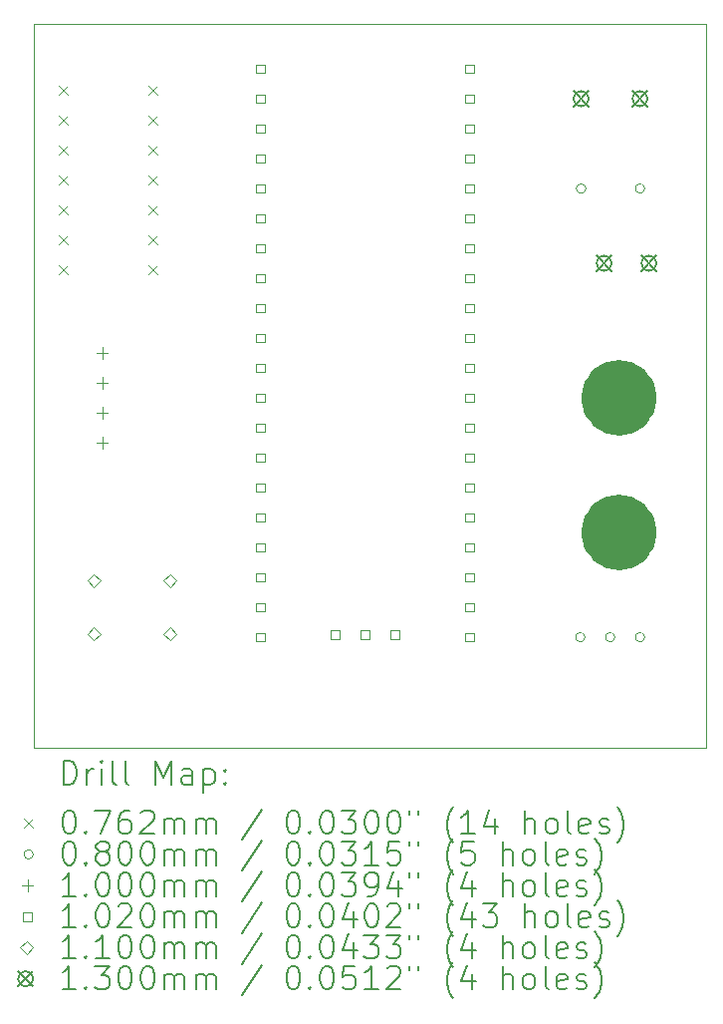
<source format=gbr>
%FSLAX45Y45*%
G04 Gerber Fmt 4.5, Leading zero omitted, Abs format (unit mm)*
G04 Created by KiCad (PCBNEW (6.0.6)) date 2022-11-08 17:25:59*
%MOMM*%
%LPD*%
G01*
G04 APERTURE LIST*
%TA.AperFunction,Profile*%
%ADD10C,3.213100*%
%TD*%
%TA.AperFunction,Profile*%
%ADD11C,0.025400*%
%TD*%
%ADD12C,0.200000*%
%ADD13C,0.076200*%
%ADD14C,0.080000*%
%ADD15C,0.100000*%
%ADD16C,0.102000*%
%ADD17C,0.110000*%
%ADD18C,0.130000*%
G04 APERTURE END LIST*
D10*
X11351305Y-13980750D02*
G75*
G03*
X11351305Y-13980750I-160655J0D01*
G01*
X11351305Y-12837750D02*
G75*
G03*
X11351305Y-12837750I-160655J0D01*
G01*
D11*
X6212250Y-9662750D02*
X11927250Y-9662750D01*
X11927250Y-9662750D02*
X11927250Y-15809550D01*
X11927250Y-15809550D02*
X6212250Y-15809550D01*
X6212250Y-15809550D02*
X6212250Y-9662750D01*
D12*
D13*
X6428150Y-10183450D02*
X6504350Y-10259650D01*
X6504350Y-10183450D02*
X6428150Y-10259650D01*
X6428150Y-10437450D02*
X6504350Y-10513650D01*
X6504350Y-10437450D02*
X6428150Y-10513650D01*
X6428150Y-10691450D02*
X6504350Y-10767650D01*
X6504350Y-10691450D02*
X6428150Y-10767650D01*
X6428150Y-10945450D02*
X6504350Y-11021650D01*
X6504350Y-10945450D02*
X6428150Y-11021650D01*
X6428150Y-11199450D02*
X6504350Y-11275650D01*
X6504350Y-11199450D02*
X6428150Y-11275650D01*
X6428150Y-11453450D02*
X6504350Y-11529650D01*
X6504350Y-11453450D02*
X6428150Y-11529650D01*
X6428150Y-11707450D02*
X6504350Y-11783650D01*
X6504350Y-11707450D02*
X6428150Y-11783650D01*
X7190150Y-10183450D02*
X7266350Y-10259650D01*
X7266350Y-10183450D02*
X7190150Y-10259650D01*
X7190150Y-10437450D02*
X7266350Y-10513650D01*
X7266350Y-10437450D02*
X7190150Y-10513650D01*
X7190150Y-10691450D02*
X7266350Y-10767650D01*
X7266350Y-10691450D02*
X7190150Y-10767650D01*
X7190150Y-10945450D02*
X7266350Y-11021650D01*
X7266350Y-10945450D02*
X7190150Y-11021650D01*
X7190150Y-11199450D02*
X7266350Y-11275650D01*
X7266350Y-11199450D02*
X7190150Y-11275650D01*
X7190150Y-11453450D02*
X7266350Y-11529650D01*
X7266350Y-11453450D02*
X7190150Y-11529650D01*
X7190150Y-11707450D02*
X7266350Y-11783650D01*
X7266350Y-11707450D02*
X7190150Y-11783650D01*
D14*
X10900450Y-14869750D02*
G75*
G03*
X10900450Y-14869750I-40000J0D01*
G01*
X10908450Y-11059750D02*
G75*
G03*
X10908450Y-11059750I-40000J0D01*
G01*
X11154450Y-14869750D02*
G75*
G03*
X11154450Y-14869750I-40000J0D01*
G01*
X11408450Y-11059750D02*
G75*
G03*
X11408450Y-11059750I-40000J0D01*
G01*
X11408450Y-14869750D02*
G75*
G03*
X11408450Y-14869750I-40000J0D01*
G01*
D15*
X6796450Y-12407750D02*
X6796450Y-12507750D01*
X6746450Y-12457750D02*
X6846450Y-12457750D01*
X6796450Y-12661750D02*
X6796450Y-12761750D01*
X6746450Y-12711750D02*
X6846450Y-12711750D01*
X6796450Y-12915750D02*
X6796450Y-13015750D01*
X6746450Y-12965750D02*
X6846450Y-12965750D01*
X6796450Y-13169750D02*
X6796450Y-13269750D01*
X6746450Y-13219750D02*
X6846450Y-13219750D01*
D16*
X8178713Y-10079813D02*
X8178713Y-10007687D01*
X8106587Y-10007687D01*
X8106587Y-10079813D01*
X8178713Y-10079813D01*
X8178713Y-10333813D02*
X8178713Y-10261687D01*
X8106587Y-10261687D01*
X8106587Y-10333813D01*
X8178713Y-10333813D01*
X8178713Y-10587813D02*
X8178713Y-10515687D01*
X8106587Y-10515687D01*
X8106587Y-10587813D01*
X8178713Y-10587813D01*
X8178713Y-10841813D02*
X8178713Y-10769687D01*
X8106587Y-10769687D01*
X8106587Y-10841813D01*
X8178713Y-10841813D01*
X8178713Y-11095813D02*
X8178713Y-11023687D01*
X8106587Y-11023687D01*
X8106587Y-11095813D01*
X8178713Y-11095813D01*
X8178713Y-11349813D02*
X8178713Y-11277687D01*
X8106587Y-11277687D01*
X8106587Y-11349813D01*
X8178713Y-11349813D01*
X8178713Y-11603813D02*
X8178713Y-11531687D01*
X8106587Y-11531687D01*
X8106587Y-11603813D01*
X8178713Y-11603813D01*
X8178713Y-11857813D02*
X8178713Y-11785687D01*
X8106587Y-11785687D01*
X8106587Y-11857813D01*
X8178713Y-11857813D01*
X8178713Y-12111813D02*
X8178713Y-12039687D01*
X8106587Y-12039687D01*
X8106587Y-12111813D01*
X8178713Y-12111813D01*
X8178713Y-12365813D02*
X8178713Y-12293687D01*
X8106587Y-12293687D01*
X8106587Y-12365813D01*
X8178713Y-12365813D01*
X8178713Y-12619813D02*
X8178713Y-12547687D01*
X8106587Y-12547687D01*
X8106587Y-12619813D01*
X8178713Y-12619813D01*
X8178713Y-12873813D02*
X8178713Y-12801687D01*
X8106587Y-12801687D01*
X8106587Y-12873813D01*
X8178713Y-12873813D01*
X8178713Y-13127813D02*
X8178713Y-13055687D01*
X8106587Y-13055687D01*
X8106587Y-13127813D01*
X8178713Y-13127813D01*
X8178713Y-13381813D02*
X8178713Y-13309687D01*
X8106587Y-13309687D01*
X8106587Y-13381813D01*
X8178713Y-13381813D01*
X8178713Y-13635813D02*
X8178713Y-13563687D01*
X8106587Y-13563687D01*
X8106587Y-13635813D01*
X8178713Y-13635813D01*
X8178713Y-13889813D02*
X8178713Y-13817687D01*
X8106587Y-13817687D01*
X8106587Y-13889813D01*
X8178713Y-13889813D01*
X8178713Y-14143813D02*
X8178713Y-14071687D01*
X8106587Y-14071687D01*
X8106587Y-14143813D01*
X8178713Y-14143813D01*
X8178713Y-14397813D02*
X8178713Y-14325687D01*
X8106587Y-14325687D01*
X8106587Y-14397813D01*
X8178713Y-14397813D01*
X8178713Y-14651813D02*
X8178713Y-14579687D01*
X8106587Y-14579687D01*
X8106587Y-14651813D01*
X8178713Y-14651813D01*
X8178713Y-14905813D02*
X8178713Y-14833687D01*
X8106587Y-14833687D01*
X8106587Y-14905813D01*
X8178713Y-14905813D01*
X8813713Y-14882813D02*
X8813713Y-14810687D01*
X8741587Y-14810687D01*
X8741587Y-14882813D01*
X8813713Y-14882813D01*
X9067713Y-14882813D02*
X9067713Y-14810687D01*
X8995587Y-14810687D01*
X8995587Y-14882813D01*
X9067713Y-14882813D01*
X9321713Y-14882813D02*
X9321713Y-14810687D01*
X9249587Y-14810687D01*
X9249587Y-14882813D01*
X9321713Y-14882813D01*
X9956713Y-10079813D02*
X9956713Y-10007687D01*
X9884587Y-10007687D01*
X9884587Y-10079813D01*
X9956713Y-10079813D01*
X9956713Y-10333813D02*
X9956713Y-10261687D01*
X9884587Y-10261687D01*
X9884587Y-10333813D01*
X9956713Y-10333813D01*
X9956713Y-10587813D02*
X9956713Y-10515687D01*
X9884587Y-10515687D01*
X9884587Y-10587813D01*
X9956713Y-10587813D01*
X9956713Y-10841813D02*
X9956713Y-10769687D01*
X9884587Y-10769687D01*
X9884587Y-10841813D01*
X9956713Y-10841813D01*
X9956713Y-11095813D02*
X9956713Y-11023687D01*
X9884587Y-11023687D01*
X9884587Y-11095813D01*
X9956713Y-11095813D01*
X9956713Y-11349813D02*
X9956713Y-11277687D01*
X9884587Y-11277687D01*
X9884587Y-11349813D01*
X9956713Y-11349813D01*
X9956713Y-11603813D02*
X9956713Y-11531687D01*
X9884587Y-11531687D01*
X9884587Y-11603813D01*
X9956713Y-11603813D01*
X9956713Y-11857813D02*
X9956713Y-11785687D01*
X9884587Y-11785687D01*
X9884587Y-11857813D01*
X9956713Y-11857813D01*
X9956713Y-12111813D02*
X9956713Y-12039687D01*
X9884587Y-12039687D01*
X9884587Y-12111813D01*
X9956713Y-12111813D01*
X9956713Y-12365813D02*
X9956713Y-12293687D01*
X9884587Y-12293687D01*
X9884587Y-12365813D01*
X9956713Y-12365813D01*
X9956713Y-12619813D02*
X9956713Y-12547687D01*
X9884587Y-12547687D01*
X9884587Y-12619813D01*
X9956713Y-12619813D01*
X9956713Y-12873813D02*
X9956713Y-12801687D01*
X9884587Y-12801687D01*
X9884587Y-12873813D01*
X9956713Y-12873813D01*
X9956713Y-13127813D02*
X9956713Y-13055687D01*
X9884587Y-13055687D01*
X9884587Y-13127813D01*
X9956713Y-13127813D01*
X9956713Y-13381813D02*
X9956713Y-13309687D01*
X9884587Y-13309687D01*
X9884587Y-13381813D01*
X9956713Y-13381813D01*
X9956713Y-13635813D02*
X9956713Y-13563687D01*
X9884587Y-13563687D01*
X9884587Y-13635813D01*
X9956713Y-13635813D01*
X9956713Y-13889813D02*
X9956713Y-13817687D01*
X9884587Y-13817687D01*
X9884587Y-13889813D01*
X9956713Y-13889813D01*
X9956713Y-14143813D02*
X9956713Y-14071687D01*
X9884587Y-14071687D01*
X9884587Y-14143813D01*
X9956713Y-14143813D01*
X9956713Y-14397813D02*
X9956713Y-14325687D01*
X9884587Y-14325687D01*
X9884587Y-14397813D01*
X9956713Y-14397813D01*
X9956713Y-14651813D02*
X9956713Y-14579687D01*
X9884587Y-14579687D01*
X9884587Y-14651813D01*
X9956713Y-14651813D01*
X9956713Y-14905813D02*
X9956713Y-14833687D01*
X9884587Y-14833687D01*
X9884587Y-14905813D01*
X9956713Y-14905813D01*
D17*
X6725450Y-14445750D02*
X6780450Y-14390750D01*
X6725450Y-14335750D01*
X6670450Y-14390750D01*
X6725450Y-14445750D01*
X6725450Y-14895750D02*
X6780450Y-14840750D01*
X6725450Y-14785750D01*
X6670450Y-14840750D01*
X6725450Y-14895750D01*
X7375450Y-14445750D02*
X7430450Y-14390750D01*
X7375450Y-14335750D01*
X7320450Y-14390750D01*
X7375450Y-14445750D01*
X7375450Y-14895750D02*
X7430450Y-14840750D01*
X7375450Y-14785750D01*
X7320450Y-14840750D01*
X7375450Y-14895750D01*
D18*
X10803450Y-10232750D02*
X10933450Y-10362750D01*
X10933450Y-10232750D02*
X10803450Y-10362750D01*
X10933450Y-10297750D02*
G75*
G03*
X10933450Y-10297750I-65000J0D01*
G01*
X10998650Y-11629750D02*
X11128650Y-11759750D01*
X11128650Y-11629750D02*
X10998650Y-11759750D01*
X11128650Y-11694750D02*
G75*
G03*
X11128650Y-11694750I-65000J0D01*
G01*
X11303450Y-10232750D02*
X11433450Y-10362750D01*
X11433450Y-10232750D02*
X11303450Y-10362750D01*
X11433450Y-10297750D02*
G75*
G03*
X11433450Y-10297750I-65000J0D01*
G01*
X11379650Y-11629750D02*
X11509650Y-11759750D01*
X11509650Y-11629750D02*
X11379650Y-11759750D01*
X11509650Y-11694750D02*
G75*
G03*
X11509650Y-11694750I-65000J0D01*
G01*
D12*
X6468599Y-16121296D02*
X6468599Y-15921296D01*
X6516218Y-15921296D01*
X6544789Y-15930820D01*
X6563837Y-15949868D01*
X6573361Y-15968915D01*
X6582885Y-16007010D01*
X6582885Y-16035582D01*
X6573361Y-16073677D01*
X6563837Y-16092725D01*
X6544789Y-16111772D01*
X6516218Y-16121296D01*
X6468599Y-16121296D01*
X6668599Y-16121296D02*
X6668599Y-15987963D01*
X6668599Y-16026058D02*
X6678123Y-16007010D01*
X6687647Y-15997487D01*
X6706694Y-15987963D01*
X6725742Y-15987963D01*
X6792408Y-16121296D02*
X6792408Y-15987963D01*
X6792408Y-15921296D02*
X6782885Y-15930820D01*
X6792408Y-15940344D01*
X6801932Y-15930820D01*
X6792408Y-15921296D01*
X6792408Y-15940344D01*
X6916218Y-16121296D02*
X6897170Y-16111772D01*
X6887647Y-16092725D01*
X6887647Y-15921296D01*
X7020980Y-16121296D02*
X7001932Y-16111772D01*
X6992408Y-16092725D01*
X6992408Y-15921296D01*
X7249551Y-16121296D02*
X7249551Y-15921296D01*
X7316218Y-16064153D01*
X7382885Y-15921296D01*
X7382885Y-16121296D01*
X7563837Y-16121296D02*
X7563837Y-16016534D01*
X7554313Y-15997487D01*
X7535266Y-15987963D01*
X7497170Y-15987963D01*
X7478123Y-15997487D01*
X7563837Y-16111772D02*
X7544789Y-16121296D01*
X7497170Y-16121296D01*
X7478123Y-16111772D01*
X7468599Y-16092725D01*
X7468599Y-16073677D01*
X7478123Y-16054629D01*
X7497170Y-16045106D01*
X7544789Y-16045106D01*
X7563837Y-16035582D01*
X7659075Y-15987963D02*
X7659075Y-16187963D01*
X7659075Y-15997487D02*
X7678123Y-15987963D01*
X7716218Y-15987963D01*
X7735266Y-15997487D01*
X7744789Y-16007010D01*
X7754313Y-16026058D01*
X7754313Y-16083201D01*
X7744789Y-16102248D01*
X7735266Y-16111772D01*
X7716218Y-16121296D01*
X7678123Y-16121296D01*
X7659075Y-16111772D01*
X7840028Y-16102248D02*
X7849551Y-16111772D01*
X7840028Y-16121296D01*
X7830504Y-16111772D01*
X7840028Y-16102248D01*
X7840028Y-16121296D01*
X7840028Y-15997487D02*
X7849551Y-16007010D01*
X7840028Y-16016534D01*
X7830504Y-16007010D01*
X7840028Y-15997487D01*
X7840028Y-16016534D01*
D13*
X6134780Y-16412720D02*
X6210980Y-16488920D01*
X6210980Y-16412720D02*
X6134780Y-16488920D01*
D12*
X6506694Y-16341296D02*
X6525742Y-16341296D01*
X6544789Y-16350820D01*
X6554313Y-16360344D01*
X6563837Y-16379391D01*
X6573361Y-16417487D01*
X6573361Y-16465106D01*
X6563837Y-16503201D01*
X6554313Y-16522248D01*
X6544789Y-16531772D01*
X6525742Y-16541296D01*
X6506694Y-16541296D01*
X6487647Y-16531772D01*
X6478123Y-16522248D01*
X6468599Y-16503201D01*
X6459075Y-16465106D01*
X6459075Y-16417487D01*
X6468599Y-16379391D01*
X6478123Y-16360344D01*
X6487647Y-16350820D01*
X6506694Y-16341296D01*
X6659075Y-16522248D02*
X6668599Y-16531772D01*
X6659075Y-16541296D01*
X6649551Y-16531772D01*
X6659075Y-16522248D01*
X6659075Y-16541296D01*
X6735266Y-16341296D02*
X6868599Y-16341296D01*
X6782885Y-16541296D01*
X7030504Y-16341296D02*
X6992408Y-16341296D01*
X6973361Y-16350820D01*
X6963837Y-16360344D01*
X6944789Y-16388915D01*
X6935266Y-16427010D01*
X6935266Y-16503201D01*
X6944789Y-16522248D01*
X6954313Y-16531772D01*
X6973361Y-16541296D01*
X7011456Y-16541296D01*
X7030504Y-16531772D01*
X7040028Y-16522248D01*
X7049551Y-16503201D01*
X7049551Y-16455582D01*
X7040028Y-16436534D01*
X7030504Y-16427010D01*
X7011456Y-16417487D01*
X6973361Y-16417487D01*
X6954313Y-16427010D01*
X6944789Y-16436534D01*
X6935266Y-16455582D01*
X7125742Y-16360344D02*
X7135266Y-16350820D01*
X7154313Y-16341296D01*
X7201932Y-16341296D01*
X7220980Y-16350820D01*
X7230504Y-16360344D01*
X7240028Y-16379391D01*
X7240028Y-16398439D01*
X7230504Y-16427010D01*
X7116218Y-16541296D01*
X7240028Y-16541296D01*
X7325742Y-16541296D02*
X7325742Y-16407963D01*
X7325742Y-16427010D02*
X7335266Y-16417487D01*
X7354313Y-16407963D01*
X7382885Y-16407963D01*
X7401932Y-16417487D01*
X7411456Y-16436534D01*
X7411456Y-16541296D01*
X7411456Y-16436534D02*
X7420980Y-16417487D01*
X7440028Y-16407963D01*
X7468599Y-16407963D01*
X7487647Y-16417487D01*
X7497170Y-16436534D01*
X7497170Y-16541296D01*
X7592408Y-16541296D02*
X7592408Y-16407963D01*
X7592408Y-16427010D02*
X7601932Y-16417487D01*
X7620980Y-16407963D01*
X7649551Y-16407963D01*
X7668599Y-16417487D01*
X7678123Y-16436534D01*
X7678123Y-16541296D01*
X7678123Y-16436534D02*
X7687647Y-16417487D01*
X7706694Y-16407963D01*
X7735266Y-16407963D01*
X7754313Y-16417487D01*
X7763837Y-16436534D01*
X7763837Y-16541296D01*
X8154313Y-16331772D02*
X7982885Y-16588915D01*
X8411456Y-16341296D02*
X8430504Y-16341296D01*
X8449551Y-16350820D01*
X8459075Y-16360344D01*
X8468599Y-16379391D01*
X8478123Y-16417487D01*
X8478123Y-16465106D01*
X8468599Y-16503201D01*
X8459075Y-16522248D01*
X8449551Y-16531772D01*
X8430504Y-16541296D01*
X8411456Y-16541296D01*
X8392409Y-16531772D01*
X8382885Y-16522248D01*
X8373361Y-16503201D01*
X8363837Y-16465106D01*
X8363837Y-16417487D01*
X8373361Y-16379391D01*
X8382885Y-16360344D01*
X8392409Y-16350820D01*
X8411456Y-16341296D01*
X8563837Y-16522248D02*
X8573361Y-16531772D01*
X8563837Y-16541296D01*
X8554313Y-16531772D01*
X8563837Y-16522248D01*
X8563837Y-16541296D01*
X8697170Y-16341296D02*
X8716218Y-16341296D01*
X8735266Y-16350820D01*
X8744790Y-16360344D01*
X8754313Y-16379391D01*
X8763837Y-16417487D01*
X8763837Y-16465106D01*
X8754313Y-16503201D01*
X8744790Y-16522248D01*
X8735266Y-16531772D01*
X8716218Y-16541296D01*
X8697170Y-16541296D01*
X8678123Y-16531772D01*
X8668599Y-16522248D01*
X8659075Y-16503201D01*
X8649551Y-16465106D01*
X8649551Y-16417487D01*
X8659075Y-16379391D01*
X8668599Y-16360344D01*
X8678123Y-16350820D01*
X8697170Y-16341296D01*
X8830504Y-16341296D02*
X8954313Y-16341296D01*
X8887647Y-16417487D01*
X8916218Y-16417487D01*
X8935266Y-16427010D01*
X8944790Y-16436534D01*
X8954313Y-16455582D01*
X8954313Y-16503201D01*
X8944790Y-16522248D01*
X8935266Y-16531772D01*
X8916218Y-16541296D01*
X8859075Y-16541296D01*
X8840028Y-16531772D01*
X8830504Y-16522248D01*
X9078123Y-16341296D02*
X9097170Y-16341296D01*
X9116218Y-16350820D01*
X9125742Y-16360344D01*
X9135266Y-16379391D01*
X9144790Y-16417487D01*
X9144790Y-16465106D01*
X9135266Y-16503201D01*
X9125742Y-16522248D01*
X9116218Y-16531772D01*
X9097170Y-16541296D01*
X9078123Y-16541296D01*
X9059075Y-16531772D01*
X9049551Y-16522248D01*
X9040028Y-16503201D01*
X9030504Y-16465106D01*
X9030504Y-16417487D01*
X9040028Y-16379391D01*
X9049551Y-16360344D01*
X9059075Y-16350820D01*
X9078123Y-16341296D01*
X9268599Y-16341296D02*
X9287647Y-16341296D01*
X9306694Y-16350820D01*
X9316218Y-16360344D01*
X9325742Y-16379391D01*
X9335266Y-16417487D01*
X9335266Y-16465106D01*
X9325742Y-16503201D01*
X9316218Y-16522248D01*
X9306694Y-16531772D01*
X9287647Y-16541296D01*
X9268599Y-16541296D01*
X9249551Y-16531772D01*
X9240028Y-16522248D01*
X9230504Y-16503201D01*
X9220980Y-16465106D01*
X9220980Y-16417487D01*
X9230504Y-16379391D01*
X9240028Y-16360344D01*
X9249551Y-16350820D01*
X9268599Y-16341296D01*
X9411456Y-16341296D02*
X9411456Y-16379391D01*
X9487647Y-16341296D02*
X9487647Y-16379391D01*
X9782885Y-16617487D02*
X9773361Y-16607963D01*
X9754313Y-16579391D01*
X9744790Y-16560344D01*
X9735266Y-16531772D01*
X9725742Y-16484153D01*
X9725742Y-16446058D01*
X9735266Y-16398439D01*
X9744790Y-16369868D01*
X9754313Y-16350820D01*
X9773361Y-16322248D01*
X9782885Y-16312725D01*
X9963837Y-16541296D02*
X9849551Y-16541296D01*
X9906694Y-16541296D02*
X9906694Y-16341296D01*
X9887647Y-16369868D01*
X9868599Y-16388915D01*
X9849551Y-16398439D01*
X10135266Y-16407963D02*
X10135266Y-16541296D01*
X10087647Y-16331772D02*
X10040028Y-16474629D01*
X10163837Y-16474629D01*
X10392409Y-16541296D02*
X10392409Y-16341296D01*
X10478123Y-16541296D02*
X10478123Y-16436534D01*
X10468599Y-16417487D01*
X10449551Y-16407963D01*
X10420980Y-16407963D01*
X10401932Y-16417487D01*
X10392409Y-16427010D01*
X10601932Y-16541296D02*
X10582885Y-16531772D01*
X10573361Y-16522248D01*
X10563837Y-16503201D01*
X10563837Y-16446058D01*
X10573361Y-16427010D01*
X10582885Y-16417487D01*
X10601932Y-16407963D01*
X10630504Y-16407963D01*
X10649551Y-16417487D01*
X10659075Y-16427010D01*
X10668599Y-16446058D01*
X10668599Y-16503201D01*
X10659075Y-16522248D01*
X10649551Y-16531772D01*
X10630504Y-16541296D01*
X10601932Y-16541296D01*
X10782885Y-16541296D02*
X10763837Y-16531772D01*
X10754313Y-16512725D01*
X10754313Y-16341296D01*
X10935266Y-16531772D02*
X10916218Y-16541296D01*
X10878123Y-16541296D01*
X10859075Y-16531772D01*
X10849551Y-16512725D01*
X10849551Y-16436534D01*
X10859075Y-16417487D01*
X10878123Y-16407963D01*
X10916218Y-16407963D01*
X10935266Y-16417487D01*
X10944790Y-16436534D01*
X10944790Y-16455582D01*
X10849551Y-16474629D01*
X11020980Y-16531772D02*
X11040028Y-16541296D01*
X11078123Y-16541296D01*
X11097170Y-16531772D01*
X11106694Y-16512725D01*
X11106694Y-16503201D01*
X11097170Y-16484153D01*
X11078123Y-16474629D01*
X11049551Y-16474629D01*
X11030504Y-16465106D01*
X11020980Y-16446058D01*
X11020980Y-16436534D01*
X11030504Y-16417487D01*
X11049551Y-16407963D01*
X11078123Y-16407963D01*
X11097170Y-16417487D01*
X11173361Y-16617487D02*
X11182885Y-16607963D01*
X11201932Y-16579391D01*
X11211456Y-16560344D01*
X11220980Y-16531772D01*
X11230504Y-16484153D01*
X11230504Y-16446058D01*
X11220980Y-16398439D01*
X11211456Y-16369868D01*
X11201932Y-16350820D01*
X11182885Y-16322248D01*
X11173361Y-16312725D01*
D14*
X6210980Y-16714820D02*
G75*
G03*
X6210980Y-16714820I-40000J0D01*
G01*
D12*
X6506694Y-16605296D02*
X6525742Y-16605296D01*
X6544789Y-16614820D01*
X6554313Y-16624344D01*
X6563837Y-16643391D01*
X6573361Y-16681487D01*
X6573361Y-16729106D01*
X6563837Y-16767201D01*
X6554313Y-16786249D01*
X6544789Y-16795772D01*
X6525742Y-16805296D01*
X6506694Y-16805296D01*
X6487647Y-16795772D01*
X6478123Y-16786249D01*
X6468599Y-16767201D01*
X6459075Y-16729106D01*
X6459075Y-16681487D01*
X6468599Y-16643391D01*
X6478123Y-16624344D01*
X6487647Y-16614820D01*
X6506694Y-16605296D01*
X6659075Y-16786249D02*
X6668599Y-16795772D01*
X6659075Y-16805296D01*
X6649551Y-16795772D01*
X6659075Y-16786249D01*
X6659075Y-16805296D01*
X6782885Y-16691010D02*
X6763837Y-16681487D01*
X6754313Y-16671963D01*
X6744789Y-16652915D01*
X6744789Y-16643391D01*
X6754313Y-16624344D01*
X6763837Y-16614820D01*
X6782885Y-16605296D01*
X6820980Y-16605296D01*
X6840028Y-16614820D01*
X6849551Y-16624344D01*
X6859075Y-16643391D01*
X6859075Y-16652915D01*
X6849551Y-16671963D01*
X6840028Y-16681487D01*
X6820980Y-16691010D01*
X6782885Y-16691010D01*
X6763837Y-16700534D01*
X6754313Y-16710058D01*
X6744789Y-16729106D01*
X6744789Y-16767201D01*
X6754313Y-16786249D01*
X6763837Y-16795772D01*
X6782885Y-16805296D01*
X6820980Y-16805296D01*
X6840028Y-16795772D01*
X6849551Y-16786249D01*
X6859075Y-16767201D01*
X6859075Y-16729106D01*
X6849551Y-16710058D01*
X6840028Y-16700534D01*
X6820980Y-16691010D01*
X6982885Y-16605296D02*
X7001932Y-16605296D01*
X7020980Y-16614820D01*
X7030504Y-16624344D01*
X7040028Y-16643391D01*
X7049551Y-16681487D01*
X7049551Y-16729106D01*
X7040028Y-16767201D01*
X7030504Y-16786249D01*
X7020980Y-16795772D01*
X7001932Y-16805296D01*
X6982885Y-16805296D01*
X6963837Y-16795772D01*
X6954313Y-16786249D01*
X6944789Y-16767201D01*
X6935266Y-16729106D01*
X6935266Y-16681487D01*
X6944789Y-16643391D01*
X6954313Y-16624344D01*
X6963837Y-16614820D01*
X6982885Y-16605296D01*
X7173361Y-16605296D02*
X7192408Y-16605296D01*
X7211456Y-16614820D01*
X7220980Y-16624344D01*
X7230504Y-16643391D01*
X7240028Y-16681487D01*
X7240028Y-16729106D01*
X7230504Y-16767201D01*
X7220980Y-16786249D01*
X7211456Y-16795772D01*
X7192408Y-16805296D01*
X7173361Y-16805296D01*
X7154313Y-16795772D01*
X7144789Y-16786249D01*
X7135266Y-16767201D01*
X7125742Y-16729106D01*
X7125742Y-16681487D01*
X7135266Y-16643391D01*
X7144789Y-16624344D01*
X7154313Y-16614820D01*
X7173361Y-16605296D01*
X7325742Y-16805296D02*
X7325742Y-16671963D01*
X7325742Y-16691010D02*
X7335266Y-16681487D01*
X7354313Y-16671963D01*
X7382885Y-16671963D01*
X7401932Y-16681487D01*
X7411456Y-16700534D01*
X7411456Y-16805296D01*
X7411456Y-16700534D02*
X7420980Y-16681487D01*
X7440028Y-16671963D01*
X7468599Y-16671963D01*
X7487647Y-16681487D01*
X7497170Y-16700534D01*
X7497170Y-16805296D01*
X7592408Y-16805296D02*
X7592408Y-16671963D01*
X7592408Y-16691010D02*
X7601932Y-16681487D01*
X7620980Y-16671963D01*
X7649551Y-16671963D01*
X7668599Y-16681487D01*
X7678123Y-16700534D01*
X7678123Y-16805296D01*
X7678123Y-16700534D02*
X7687647Y-16681487D01*
X7706694Y-16671963D01*
X7735266Y-16671963D01*
X7754313Y-16681487D01*
X7763837Y-16700534D01*
X7763837Y-16805296D01*
X8154313Y-16595772D02*
X7982885Y-16852915D01*
X8411456Y-16605296D02*
X8430504Y-16605296D01*
X8449551Y-16614820D01*
X8459075Y-16624344D01*
X8468599Y-16643391D01*
X8478123Y-16681487D01*
X8478123Y-16729106D01*
X8468599Y-16767201D01*
X8459075Y-16786249D01*
X8449551Y-16795772D01*
X8430504Y-16805296D01*
X8411456Y-16805296D01*
X8392409Y-16795772D01*
X8382885Y-16786249D01*
X8373361Y-16767201D01*
X8363837Y-16729106D01*
X8363837Y-16681487D01*
X8373361Y-16643391D01*
X8382885Y-16624344D01*
X8392409Y-16614820D01*
X8411456Y-16605296D01*
X8563837Y-16786249D02*
X8573361Y-16795772D01*
X8563837Y-16805296D01*
X8554313Y-16795772D01*
X8563837Y-16786249D01*
X8563837Y-16805296D01*
X8697170Y-16605296D02*
X8716218Y-16605296D01*
X8735266Y-16614820D01*
X8744790Y-16624344D01*
X8754313Y-16643391D01*
X8763837Y-16681487D01*
X8763837Y-16729106D01*
X8754313Y-16767201D01*
X8744790Y-16786249D01*
X8735266Y-16795772D01*
X8716218Y-16805296D01*
X8697170Y-16805296D01*
X8678123Y-16795772D01*
X8668599Y-16786249D01*
X8659075Y-16767201D01*
X8649551Y-16729106D01*
X8649551Y-16681487D01*
X8659075Y-16643391D01*
X8668599Y-16624344D01*
X8678123Y-16614820D01*
X8697170Y-16605296D01*
X8830504Y-16605296D02*
X8954313Y-16605296D01*
X8887647Y-16681487D01*
X8916218Y-16681487D01*
X8935266Y-16691010D01*
X8944790Y-16700534D01*
X8954313Y-16719582D01*
X8954313Y-16767201D01*
X8944790Y-16786249D01*
X8935266Y-16795772D01*
X8916218Y-16805296D01*
X8859075Y-16805296D01*
X8840028Y-16795772D01*
X8830504Y-16786249D01*
X9144790Y-16805296D02*
X9030504Y-16805296D01*
X9087647Y-16805296D02*
X9087647Y-16605296D01*
X9068599Y-16633868D01*
X9049551Y-16652915D01*
X9030504Y-16662439D01*
X9325742Y-16605296D02*
X9230504Y-16605296D01*
X9220980Y-16700534D01*
X9230504Y-16691010D01*
X9249551Y-16681487D01*
X9297170Y-16681487D01*
X9316218Y-16691010D01*
X9325742Y-16700534D01*
X9335266Y-16719582D01*
X9335266Y-16767201D01*
X9325742Y-16786249D01*
X9316218Y-16795772D01*
X9297170Y-16805296D01*
X9249551Y-16805296D01*
X9230504Y-16795772D01*
X9220980Y-16786249D01*
X9411456Y-16605296D02*
X9411456Y-16643391D01*
X9487647Y-16605296D02*
X9487647Y-16643391D01*
X9782885Y-16881487D02*
X9773361Y-16871963D01*
X9754313Y-16843391D01*
X9744790Y-16824344D01*
X9735266Y-16795772D01*
X9725742Y-16748153D01*
X9725742Y-16710058D01*
X9735266Y-16662439D01*
X9744790Y-16633868D01*
X9754313Y-16614820D01*
X9773361Y-16586248D01*
X9782885Y-16576725D01*
X9954313Y-16605296D02*
X9859075Y-16605296D01*
X9849551Y-16700534D01*
X9859075Y-16691010D01*
X9878123Y-16681487D01*
X9925742Y-16681487D01*
X9944790Y-16691010D01*
X9954313Y-16700534D01*
X9963837Y-16719582D01*
X9963837Y-16767201D01*
X9954313Y-16786249D01*
X9944790Y-16795772D01*
X9925742Y-16805296D01*
X9878123Y-16805296D01*
X9859075Y-16795772D01*
X9849551Y-16786249D01*
X10201932Y-16805296D02*
X10201932Y-16605296D01*
X10287647Y-16805296D02*
X10287647Y-16700534D01*
X10278123Y-16681487D01*
X10259075Y-16671963D01*
X10230504Y-16671963D01*
X10211456Y-16681487D01*
X10201932Y-16691010D01*
X10411456Y-16805296D02*
X10392409Y-16795772D01*
X10382885Y-16786249D01*
X10373361Y-16767201D01*
X10373361Y-16710058D01*
X10382885Y-16691010D01*
X10392409Y-16681487D01*
X10411456Y-16671963D01*
X10440028Y-16671963D01*
X10459075Y-16681487D01*
X10468599Y-16691010D01*
X10478123Y-16710058D01*
X10478123Y-16767201D01*
X10468599Y-16786249D01*
X10459075Y-16795772D01*
X10440028Y-16805296D01*
X10411456Y-16805296D01*
X10592409Y-16805296D02*
X10573361Y-16795772D01*
X10563837Y-16776725D01*
X10563837Y-16605296D01*
X10744790Y-16795772D02*
X10725742Y-16805296D01*
X10687647Y-16805296D01*
X10668599Y-16795772D01*
X10659075Y-16776725D01*
X10659075Y-16700534D01*
X10668599Y-16681487D01*
X10687647Y-16671963D01*
X10725742Y-16671963D01*
X10744790Y-16681487D01*
X10754313Y-16700534D01*
X10754313Y-16719582D01*
X10659075Y-16738629D01*
X10830504Y-16795772D02*
X10849551Y-16805296D01*
X10887647Y-16805296D01*
X10906694Y-16795772D01*
X10916218Y-16776725D01*
X10916218Y-16767201D01*
X10906694Y-16748153D01*
X10887647Y-16738629D01*
X10859075Y-16738629D01*
X10840028Y-16729106D01*
X10830504Y-16710058D01*
X10830504Y-16700534D01*
X10840028Y-16681487D01*
X10859075Y-16671963D01*
X10887647Y-16671963D01*
X10906694Y-16681487D01*
X10982885Y-16881487D02*
X10992409Y-16871963D01*
X11011456Y-16843391D01*
X11020980Y-16824344D01*
X11030504Y-16795772D01*
X11040028Y-16748153D01*
X11040028Y-16710058D01*
X11030504Y-16662439D01*
X11020980Y-16633868D01*
X11011456Y-16614820D01*
X10992409Y-16586248D01*
X10982885Y-16576725D01*
D15*
X6160980Y-16928820D02*
X6160980Y-17028820D01*
X6110980Y-16978820D02*
X6210980Y-16978820D01*
D12*
X6573361Y-17069296D02*
X6459075Y-17069296D01*
X6516218Y-17069296D02*
X6516218Y-16869296D01*
X6497170Y-16897868D01*
X6478123Y-16916915D01*
X6459075Y-16926439D01*
X6659075Y-17050249D02*
X6668599Y-17059772D01*
X6659075Y-17069296D01*
X6649551Y-17059772D01*
X6659075Y-17050249D01*
X6659075Y-17069296D01*
X6792408Y-16869296D02*
X6811456Y-16869296D01*
X6830504Y-16878820D01*
X6840028Y-16888344D01*
X6849551Y-16907391D01*
X6859075Y-16945487D01*
X6859075Y-16993106D01*
X6849551Y-17031201D01*
X6840028Y-17050249D01*
X6830504Y-17059772D01*
X6811456Y-17069296D01*
X6792408Y-17069296D01*
X6773361Y-17059772D01*
X6763837Y-17050249D01*
X6754313Y-17031201D01*
X6744789Y-16993106D01*
X6744789Y-16945487D01*
X6754313Y-16907391D01*
X6763837Y-16888344D01*
X6773361Y-16878820D01*
X6792408Y-16869296D01*
X6982885Y-16869296D02*
X7001932Y-16869296D01*
X7020980Y-16878820D01*
X7030504Y-16888344D01*
X7040028Y-16907391D01*
X7049551Y-16945487D01*
X7049551Y-16993106D01*
X7040028Y-17031201D01*
X7030504Y-17050249D01*
X7020980Y-17059772D01*
X7001932Y-17069296D01*
X6982885Y-17069296D01*
X6963837Y-17059772D01*
X6954313Y-17050249D01*
X6944789Y-17031201D01*
X6935266Y-16993106D01*
X6935266Y-16945487D01*
X6944789Y-16907391D01*
X6954313Y-16888344D01*
X6963837Y-16878820D01*
X6982885Y-16869296D01*
X7173361Y-16869296D02*
X7192408Y-16869296D01*
X7211456Y-16878820D01*
X7220980Y-16888344D01*
X7230504Y-16907391D01*
X7240028Y-16945487D01*
X7240028Y-16993106D01*
X7230504Y-17031201D01*
X7220980Y-17050249D01*
X7211456Y-17059772D01*
X7192408Y-17069296D01*
X7173361Y-17069296D01*
X7154313Y-17059772D01*
X7144789Y-17050249D01*
X7135266Y-17031201D01*
X7125742Y-16993106D01*
X7125742Y-16945487D01*
X7135266Y-16907391D01*
X7144789Y-16888344D01*
X7154313Y-16878820D01*
X7173361Y-16869296D01*
X7325742Y-17069296D02*
X7325742Y-16935963D01*
X7325742Y-16955010D02*
X7335266Y-16945487D01*
X7354313Y-16935963D01*
X7382885Y-16935963D01*
X7401932Y-16945487D01*
X7411456Y-16964534D01*
X7411456Y-17069296D01*
X7411456Y-16964534D02*
X7420980Y-16945487D01*
X7440028Y-16935963D01*
X7468599Y-16935963D01*
X7487647Y-16945487D01*
X7497170Y-16964534D01*
X7497170Y-17069296D01*
X7592408Y-17069296D02*
X7592408Y-16935963D01*
X7592408Y-16955010D02*
X7601932Y-16945487D01*
X7620980Y-16935963D01*
X7649551Y-16935963D01*
X7668599Y-16945487D01*
X7678123Y-16964534D01*
X7678123Y-17069296D01*
X7678123Y-16964534D02*
X7687647Y-16945487D01*
X7706694Y-16935963D01*
X7735266Y-16935963D01*
X7754313Y-16945487D01*
X7763837Y-16964534D01*
X7763837Y-17069296D01*
X8154313Y-16859772D02*
X7982885Y-17116915D01*
X8411456Y-16869296D02*
X8430504Y-16869296D01*
X8449551Y-16878820D01*
X8459075Y-16888344D01*
X8468599Y-16907391D01*
X8478123Y-16945487D01*
X8478123Y-16993106D01*
X8468599Y-17031201D01*
X8459075Y-17050249D01*
X8449551Y-17059772D01*
X8430504Y-17069296D01*
X8411456Y-17069296D01*
X8392409Y-17059772D01*
X8382885Y-17050249D01*
X8373361Y-17031201D01*
X8363837Y-16993106D01*
X8363837Y-16945487D01*
X8373361Y-16907391D01*
X8382885Y-16888344D01*
X8392409Y-16878820D01*
X8411456Y-16869296D01*
X8563837Y-17050249D02*
X8573361Y-17059772D01*
X8563837Y-17069296D01*
X8554313Y-17059772D01*
X8563837Y-17050249D01*
X8563837Y-17069296D01*
X8697170Y-16869296D02*
X8716218Y-16869296D01*
X8735266Y-16878820D01*
X8744790Y-16888344D01*
X8754313Y-16907391D01*
X8763837Y-16945487D01*
X8763837Y-16993106D01*
X8754313Y-17031201D01*
X8744790Y-17050249D01*
X8735266Y-17059772D01*
X8716218Y-17069296D01*
X8697170Y-17069296D01*
X8678123Y-17059772D01*
X8668599Y-17050249D01*
X8659075Y-17031201D01*
X8649551Y-16993106D01*
X8649551Y-16945487D01*
X8659075Y-16907391D01*
X8668599Y-16888344D01*
X8678123Y-16878820D01*
X8697170Y-16869296D01*
X8830504Y-16869296D02*
X8954313Y-16869296D01*
X8887647Y-16945487D01*
X8916218Y-16945487D01*
X8935266Y-16955010D01*
X8944790Y-16964534D01*
X8954313Y-16983582D01*
X8954313Y-17031201D01*
X8944790Y-17050249D01*
X8935266Y-17059772D01*
X8916218Y-17069296D01*
X8859075Y-17069296D01*
X8840028Y-17059772D01*
X8830504Y-17050249D01*
X9049551Y-17069296D02*
X9087647Y-17069296D01*
X9106694Y-17059772D01*
X9116218Y-17050249D01*
X9135266Y-17021677D01*
X9144790Y-16983582D01*
X9144790Y-16907391D01*
X9135266Y-16888344D01*
X9125742Y-16878820D01*
X9106694Y-16869296D01*
X9068599Y-16869296D01*
X9049551Y-16878820D01*
X9040028Y-16888344D01*
X9030504Y-16907391D01*
X9030504Y-16955010D01*
X9040028Y-16974058D01*
X9049551Y-16983582D01*
X9068599Y-16993106D01*
X9106694Y-16993106D01*
X9125742Y-16983582D01*
X9135266Y-16974058D01*
X9144790Y-16955010D01*
X9316218Y-16935963D02*
X9316218Y-17069296D01*
X9268599Y-16859772D02*
X9220980Y-17002630D01*
X9344790Y-17002630D01*
X9411456Y-16869296D02*
X9411456Y-16907391D01*
X9487647Y-16869296D02*
X9487647Y-16907391D01*
X9782885Y-17145487D02*
X9773361Y-17135963D01*
X9754313Y-17107391D01*
X9744790Y-17088344D01*
X9735266Y-17059772D01*
X9725742Y-17012153D01*
X9725742Y-16974058D01*
X9735266Y-16926439D01*
X9744790Y-16897868D01*
X9754313Y-16878820D01*
X9773361Y-16850249D01*
X9782885Y-16840725D01*
X9944790Y-16935963D02*
X9944790Y-17069296D01*
X9897170Y-16859772D02*
X9849551Y-17002630D01*
X9973361Y-17002630D01*
X10201932Y-17069296D02*
X10201932Y-16869296D01*
X10287647Y-17069296D02*
X10287647Y-16964534D01*
X10278123Y-16945487D01*
X10259075Y-16935963D01*
X10230504Y-16935963D01*
X10211456Y-16945487D01*
X10201932Y-16955010D01*
X10411456Y-17069296D02*
X10392409Y-17059772D01*
X10382885Y-17050249D01*
X10373361Y-17031201D01*
X10373361Y-16974058D01*
X10382885Y-16955010D01*
X10392409Y-16945487D01*
X10411456Y-16935963D01*
X10440028Y-16935963D01*
X10459075Y-16945487D01*
X10468599Y-16955010D01*
X10478123Y-16974058D01*
X10478123Y-17031201D01*
X10468599Y-17050249D01*
X10459075Y-17059772D01*
X10440028Y-17069296D01*
X10411456Y-17069296D01*
X10592409Y-17069296D02*
X10573361Y-17059772D01*
X10563837Y-17040725D01*
X10563837Y-16869296D01*
X10744790Y-17059772D02*
X10725742Y-17069296D01*
X10687647Y-17069296D01*
X10668599Y-17059772D01*
X10659075Y-17040725D01*
X10659075Y-16964534D01*
X10668599Y-16945487D01*
X10687647Y-16935963D01*
X10725742Y-16935963D01*
X10744790Y-16945487D01*
X10754313Y-16964534D01*
X10754313Y-16983582D01*
X10659075Y-17002630D01*
X10830504Y-17059772D02*
X10849551Y-17069296D01*
X10887647Y-17069296D01*
X10906694Y-17059772D01*
X10916218Y-17040725D01*
X10916218Y-17031201D01*
X10906694Y-17012153D01*
X10887647Y-17002630D01*
X10859075Y-17002630D01*
X10840028Y-16993106D01*
X10830504Y-16974058D01*
X10830504Y-16964534D01*
X10840028Y-16945487D01*
X10859075Y-16935963D01*
X10887647Y-16935963D01*
X10906694Y-16945487D01*
X10982885Y-17145487D02*
X10992409Y-17135963D01*
X11011456Y-17107391D01*
X11020980Y-17088344D01*
X11030504Y-17059772D01*
X11040028Y-17012153D01*
X11040028Y-16974058D01*
X11030504Y-16926439D01*
X11020980Y-16897868D01*
X11011456Y-16878820D01*
X10992409Y-16850249D01*
X10982885Y-16840725D01*
D16*
X6196043Y-17278883D02*
X6196043Y-17206757D01*
X6123917Y-17206757D01*
X6123917Y-17278883D01*
X6196043Y-17278883D01*
D12*
X6573361Y-17333296D02*
X6459075Y-17333296D01*
X6516218Y-17333296D02*
X6516218Y-17133296D01*
X6497170Y-17161868D01*
X6478123Y-17180915D01*
X6459075Y-17190439D01*
X6659075Y-17314249D02*
X6668599Y-17323772D01*
X6659075Y-17333296D01*
X6649551Y-17323772D01*
X6659075Y-17314249D01*
X6659075Y-17333296D01*
X6792408Y-17133296D02*
X6811456Y-17133296D01*
X6830504Y-17142820D01*
X6840028Y-17152344D01*
X6849551Y-17171391D01*
X6859075Y-17209487D01*
X6859075Y-17257106D01*
X6849551Y-17295201D01*
X6840028Y-17314249D01*
X6830504Y-17323772D01*
X6811456Y-17333296D01*
X6792408Y-17333296D01*
X6773361Y-17323772D01*
X6763837Y-17314249D01*
X6754313Y-17295201D01*
X6744789Y-17257106D01*
X6744789Y-17209487D01*
X6754313Y-17171391D01*
X6763837Y-17152344D01*
X6773361Y-17142820D01*
X6792408Y-17133296D01*
X6935266Y-17152344D02*
X6944789Y-17142820D01*
X6963837Y-17133296D01*
X7011456Y-17133296D01*
X7030504Y-17142820D01*
X7040028Y-17152344D01*
X7049551Y-17171391D01*
X7049551Y-17190439D01*
X7040028Y-17219010D01*
X6925742Y-17333296D01*
X7049551Y-17333296D01*
X7173361Y-17133296D02*
X7192408Y-17133296D01*
X7211456Y-17142820D01*
X7220980Y-17152344D01*
X7230504Y-17171391D01*
X7240028Y-17209487D01*
X7240028Y-17257106D01*
X7230504Y-17295201D01*
X7220980Y-17314249D01*
X7211456Y-17323772D01*
X7192408Y-17333296D01*
X7173361Y-17333296D01*
X7154313Y-17323772D01*
X7144789Y-17314249D01*
X7135266Y-17295201D01*
X7125742Y-17257106D01*
X7125742Y-17209487D01*
X7135266Y-17171391D01*
X7144789Y-17152344D01*
X7154313Y-17142820D01*
X7173361Y-17133296D01*
X7325742Y-17333296D02*
X7325742Y-17199963D01*
X7325742Y-17219010D02*
X7335266Y-17209487D01*
X7354313Y-17199963D01*
X7382885Y-17199963D01*
X7401932Y-17209487D01*
X7411456Y-17228534D01*
X7411456Y-17333296D01*
X7411456Y-17228534D02*
X7420980Y-17209487D01*
X7440028Y-17199963D01*
X7468599Y-17199963D01*
X7487647Y-17209487D01*
X7497170Y-17228534D01*
X7497170Y-17333296D01*
X7592408Y-17333296D02*
X7592408Y-17199963D01*
X7592408Y-17219010D02*
X7601932Y-17209487D01*
X7620980Y-17199963D01*
X7649551Y-17199963D01*
X7668599Y-17209487D01*
X7678123Y-17228534D01*
X7678123Y-17333296D01*
X7678123Y-17228534D02*
X7687647Y-17209487D01*
X7706694Y-17199963D01*
X7735266Y-17199963D01*
X7754313Y-17209487D01*
X7763837Y-17228534D01*
X7763837Y-17333296D01*
X8154313Y-17123772D02*
X7982885Y-17380915D01*
X8411456Y-17133296D02*
X8430504Y-17133296D01*
X8449551Y-17142820D01*
X8459075Y-17152344D01*
X8468599Y-17171391D01*
X8478123Y-17209487D01*
X8478123Y-17257106D01*
X8468599Y-17295201D01*
X8459075Y-17314249D01*
X8449551Y-17323772D01*
X8430504Y-17333296D01*
X8411456Y-17333296D01*
X8392409Y-17323772D01*
X8382885Y-17314249D01*
X8373361Y-17295201D01*
X8363837Y-17257106D01*
X8363837Y-17209487D01*
X8373361Y-17171391D01*
X8382885Y-17152344D01*
X8392409Y-17142820D01*
X8411456Y-17133296D01*
X8563837Y-17314249D02*
X8573361Y-17323772D01*
X8563837Y-17333296D01*
X8554313Y-17323772D01*
X8563837Y-17314249D01*
X8563837Y-17333296D01*
X8697170Y-17133296D02*
X8716218Y-17133296D01*
X8735266Y-17142820D01*
X8744790Y-17152344D01*
X8754313Y-17171391D01*
X8763837Y-17209487D01*
X8763837Y-17257106D01*
X8754313Y-17295201D01*
X8744790Y-17314249D01*
X8735266Y-17323772D01*
X8716218Y-17333296D01*
X8697170Y-17333296D01*
X8678123Y-17323772D01*
X8668599Y-17314249D01*
X8659075Y-17295201D01*
X8649551Y-17257106D01*
X8649551Y-17209487D01*
X8659075Y-17171391D01*
X8668599Y-17152344D01*
X8678123Y-17142820D01*
X8697170Y-17133296D01*
X8935266Y-17199963D02*
X8935266Y-17333296D01*
X8887647Y-17123772D02*
X8840028Y-17266630D01*
X8963837Y-17266630D01*
X9078123Y-17133296D02*
X9097170Y-17133296D01*
X9116218Y-17142820D01*
X9125742Y-17152344D01*
X9135266Y-17171391D01*
X9144790Y-17209487D01*
X9144790Y-17257106D01*
X9135266Y-17295201D01*
X9125742Y-17314249D01*
X9116218Y-17323772D01*
X9097170Y-17333296D01*
X9078123Y-17333296D01*
X9059075Y-17323772D01*
X9049551Y-17314249D01*
X9040028Y-17295201D01*
X9030504Y-17257106D01*
X9030504Y-17209487D01*
X9040028Y-17171391D01*
X9049551Y-17152344D01*
X9059075Y-17142820D01*
X9078123Y-17133296D01*
X9220980Y-17152344D02*
X9230504Y-17142820D01*
X9249551Y-17133296D01*
X9297170Y-17133296D01*
X9316218Y-17142820D01*
X9325742Y-17152344D01*
X9335266Y-17171391D01*
X9335266Y-17190439D01*
X9325742Y-17219010D01*
X9211456Y-17333296D01*
X9335266Y-17333296D01*
X9411456Y-17133296D02*
X9411456Y-17171391D01*
X9487647Y-17133296D02*
X9487647Y-17171391D01*
X9782885Y-17409487D02*
X9773361Y-17399963D01*
X9754313Y-17371391D01*
X9744790Y-17352344D01*
X9735266Y-17323772D01*
X9725742Y-17276153D01*
X9725742Y-17238058D01*
X9735266Y-17190439D01*
X9744790Y-17161868D01*
X9754313Y-17142820D01*
X9773361Y-17114249D01*
X9782885Y-17104725D01*
X9944790Y-17199963D02*
X9944790Y-17333296D01*
X9897170Y-17123772D02*
X9849551Y-17266630D01*
X9973361Y-17266630D01*
X10030504Y-17133296D02*
X10154313Y-17133296D01*
X10087647Y-17209487D01*
X10116218Y-17209487D01*
X10135266Y-17219010D01*
X10144790Y-17228534D01*
X10154313Y-17247582D01*
X10154313Y-17295201D01*
X10144790Y-17314249D01*
X10135266Y-17323772D01*
X10116218Y-17333296D01*
X10059075Y-17333296D01*
X10040028Y-17323772D01*
X10030504Y-17314249D01*
X10392409Y-17333296D02*
X10392409Y-17133296D01*
X10478123Y-17333296D02*
X10478123Y-17228534D01*
X10468599Y-17209487D01*
X10449551Y-17199963D01*
X10420980Y-17199963D01*
X10401932Y-17209487D01*
X10392409Y-17219010D01*
X10601932Y-17333296D02*
X10582885Y-17323772D01*
X10573361Y-17314249D01*
X10563837Y-17295201D01*
X10563837Y-17238058D01*
X10573361Y-17219010D01*
X10582885Y-17209487D01*
X10601932Y-17199963D01*
X10630504Y-17199963D01*
X10649551Y-17209487D01*
X10659075Y-17219010D01*
X10668599Y-17238058D01*
X10668599Y-17295201D01*
X10659075Y-17314249D01*
X10649551Y-17323772D01*
X10630504Y-17333296D01*
X10601932Y-17333296D01*
X10782885Y-17333296D02*
X10763837Y-17323772D01*
X10754313Y-17304725D01*
X10754313Y-17133296D01*
X10935266Y-17323772D02*
X10916218Y-17333296D01*
X10878123Y-17333296D01*
X10859075Y-17323772D01*
X10849551Y-17304725D01*
X10849551Y-17228534D01*
X10859075Y-17209487D01*
X10878123Y-17199963D01*
X10916218Y-17199963D01*
X10935266Y-17209487D01*
X10944790Y-17228534D01*
X10944790Y-17247582D01*
X10849551Y-17266630D01*
X11020980Y-17323772D02*
X11040028Y-17333296D01*
X11078123Y-17333296D01*
X11097170Y-17323772D01*
X11106694Y-17304725D01*
X11106694Y-17295201D01*
X11097170Y-17276153D01*
X11078123Y-17266630D01*
X11049551Y-17266630D01*
X11030504Y-17257106D01*
X11020980Y-17238058D01*
X11020980Y-17228534D01*
X11030504Y-17209487D01*
X11049551Y-17199963D01*
X11078123Y-17199963D01*
X11097170Y-17209487D01*
X11173361Y-17409487D02*
X11182885Y-17399963D01*
X11201932Y-17371391D01*
X11211456Y-17352344D01*
X11220980Y-17323772D01*
X11230504Y-17276153D01*
X11230504Y-17238058D01*
X11220980Y-17190439D01*
X11211456Y-17161868D01*
X11201932Y-17142820D01*
X11182885Y-17114249D01*
X11173361Y-17104725D01*
D17*
X6155980Y-17561820D02*
X6210980Y-17506820D01*
X6155980Y-17451820D01*
X6100980Y-17506820D01*
X6155980Y-17561820D01*
D12*
X6573361Y-17597296D02*
X6459075Y-17597296D01*
X6516218Y-17597296D02*
X6516218Y-17397296D01*
X6497170Y-17425868D01*
X6478123Y-17444915D01*
X6459075Y-17454439D01*
X6659075Y-17578249D02*
X6668599Y-17587772D01*
X6659075Y-17597296D01*
X6649551Y-17587772D01*
X6659075Y-17578249D01*
X6659075Y-17597296D01*
X6859075Y-17597296D02*
X6744789Y-17597296D01*
X6801932Y-17597296D02*
X6801932Y-17397296D01*
X6782885Y-17425868D01*
X6763837Y-17444915D01*
X6744789Y-17454439D01*
X6982885Y-17397296D02*
X7001932Y-17397296D01*
X7020980Y-17406820D01*
X7030504Y-17416344D01*
X7040028Y-17435391D01*
X7049551Y-17473487D01*
X7049551Y-17521106D01*
X7040028Y-17559201D01*
X7030504Y-17578249D01*
X7020980Y-17587772D01*
X7001932Y-17597296D01*
X6982885Y-17597296D01*
X6963837Y-17587772D01*
X6954313Y-17578249D01*
X6944789Y-17559201D01*
X6935266Y-17521106D01*
X6935266Y-17473487D01*
X6944789Y-17435391D01*
X6954313Y-17416344D01*
X6963837Y-17406820D01*
X6982885Y-17397296D01*
X7173361Y-17397296D02*
X7192408Y-17397296D01*
X7211456Y-17406820D01*
X7220980Y-17416344D01*
X7230504Y-17435391D01*
X7240028Y-17473487D01*
X7240028Y-17521106D01*
X7230504Y-17559201D01*
X7220980Y-17578249D01*
X7211456Y-17587772D01*
X7192408Y-17597296D01*
X7173361Y-17597296D01*
X7154313Y-17587772D01*
X7144789Y-17578249D01*
X7135266Y-17559201D01*
X7125742Y-17521106D01*
X7125742Y-17473487D01*
X7135266Y-17435391D01*
X7144789Y-17416344D01*
X7154313Y-17406820D01*
X7173361Y-17397296D01*
X7325742Y-17597296D02*
X7325742Y-17463963D01*
X7325742Y-17483010D02*
X7335266Y-17473487D01*
X7354313Y-17463963D01*
X7382885Y-17463963D01*
X7401932Y-17473487D01*
X7411456Y-17492534D01*
X7411456Y-17597296D01*
X7411456Y-17492534D02*
X7420980Y-17473487D01*
X7440028Y-17463963D01*
X7468599Y-17463963D01*
X7487647Y-17473487D01*
X7497170Y-17492534D01*
X7497170Y-17597296D01*
X7592408Y-17597296D02*
X7592408Y-17463963D01*
X7592408Y-17483010D02*
X7601932Y-17473487D01*
X7620980Y-17463963D01*
X7649551Y-17463963D01*
X7668599Y-17473487D01*
X7678123Y-17492534D01*
X7678123Y-17597296D01*
X7678123Y-17492534D02*
X7687647Y-17473487D01*
X7706694Y-17463963D01*
X7735266Y-17463963D01*
X7754313Y-17473487D01*
X7763837Y-17492534D01*
X7763837Y-17597296D01*
X8154313Y-17387772D02*
X7982885Y-17644915D01*
X8411456Y-17397296D02*
X8430504Y-17397296D01*
X8449551Y-17406820D01*
X8459075Y-17416344D01*
X8468599Y-17435391D01*
X8478123Y-17473487D01*
X8478123Y-17521106D01*
X8468599Y-17559201D01*
X8459075Y-17578249D01*
X8449551Y-17587772D01*
X8430504Y-17597296D01*
X8411456Y-17597296D01*
X8392409Y-17587772D01*
X8382885Y-17578249D01*
X8373361Y-17559201D01*
X8363837Y-17521106D01*
X8363837Y-17473487D01*
X8373361Y-17435391D01*
X8382885Y-17416344D01*
X8392409Y-17406820D01*
X8411456Y-17397296D01*
X8563837Y-17578249D02*
X8573361Y-17587772D01*
X8563837Y-17597296D01*
X8554313Y-17587772D01*
X8563837Y-17578249D01*
X8563837Y-17597296D01*
X8697170Y-17397296D02*
X8716218Y-17397296D01*
X8735266Y-17406820D01*
X8744790Y-17416344D01*
X8754313Y-17435391D01*
X8763837Y-17473487D01*
X8763837Y-17521106D01*
X8754313Y-17559201D01*
X8744790Y-17578249D01*
X8735266Y-17587772D01*
X8716218Y-17597296D01*
X8697170Y-17597296D01*
X8678123Y-17587772D01*
X8668599Y-17578249D01*
X8659075Y-17559201D01*
X8649551Y-17521106D01*
X8649551Y-17473487D01*
X8659075Y-17435391D01*
X8668599Y-17416344D01*
X8678123Y-17406820D01*
X8697170Y-17397296D01*
X8935266Y-17463963D02*
X8935266Y-17597296D01*
X8887647Y-17387772D02*
X8840028Y-17530630D01*
X8963837Y-17530630D01*
X9020980Y-17397296D02*
X9144790Y-17397296D01*
X9078123Y-17473487D01*
X9106694Y-17473487D01*
X9125742Y-17483010D01*
X9135266Y-17492534D01*
X9144790Y-17511582D01*
X9144790Y-17559201D01*
X9135266Y-17578249D01*
X9125742Y-17587772D01*
X9106694Y-17597296D01*
X9049551Y-17597296D01*
X9030504Y-17587772D01*
X9020980Y-17578249D01*
X9211456Y-17397296D02*
X9335266Y-17397296D01*
X9268599Y-17473487D01*
X9297170Y-17473487D01*
X9316218Y-17483010D01*
X9325742Y-17492534D01*
X9335266Y-17511582D01*
X9335266Y-17559201D01*
X9325742Y-17578249D01*
X9316218Y-17587772D01*
X9297170Y-17597296D01*
X9240028Y-17597296D01*
X9220980Y-17587772D01*
X9211456Y-17578249D01*
X9411456Y-17397296D02*
X9411456Y-17435391D01*
X9487647Y-17397296D02*
X9487647Y-17435391D01*
X9782885Y-17673487D02*
X9773361Y-17663963D01*
X9754313Y-17635391D01*
X9744790Y-17616344D01*
X9735266Y-17587772D01*
X9725742Y-17540153D01*
X9725742Y-17502058D01*
X9735266Y-17454439D01*
X9744790Y-17425868D01*
X9754313Y-17406820D01*
X9773361Y-17378249D01*
X9782885Y-17368725D01*
X9944790Y-17463963D02*
X9944790Y-17597296D01*
X9897170Y-17387772D02*
X9849551Y-17530630D01*
X9973361Y-17530630D01*
X10201932Y-17597296D02*
X10201932Y-17397296D01*
X10287647Y-17597296D02*
X10287647Y-17492534D01*
X10278123Y-17473487D01*
X10259075Y-17463963D01*
X10230504Y-17463963D01*
X10211456Y-17473487D01*
X10201932Y-17483010D01*
X10411456Y-17597296D02*
X10392409Y-17587772D01*
X10382885Y-17578249D01*
X10373361Y-17559201D01*
X10373361Y-17502058D01*
X10382885Y-17483010D01*
X10392409Y-17473487D01*
X10411456Y-17463963D01*
X10440028Y-17463963D01*
X10459075Y-17473487D01*
X10468599Y-17483010D01*
X10478123Y-17502058D01*
X10478123Y-17559201D01*
X10468599Y-17578249D01*
X10459075Y-17587772D01*
X10440028Y-17597296D01*
X10411456Y-17597296D01*
X10592409Y-17597296D02*
X10573361Y-17587772D01*
X10563837Y-17568725D01*
X10563837Y-17397296D01*
X10744790Y-17587772D02*
X10725742Y-17597296D01*
X10687647Y-17597296D01*
X10668599Y-17587772D01*
X10659075Y-17568725D01*
X10659075Y-17492534D01*
X10668599Y-17473487D01*
X10687647Y-17463963D01*
X10725742Y-17463963D01*
X10744790Y-17473487D01*
X10754313Y-17492534D01*
X10754313Y-17511582D01*
X10659075Y-17530630D01*
X10830504Y-17587772D02*
X10849551Y-17597296D01*
X10887647Y-17597296D01*
X10906694Y-17587772D01*
X10916218Y-17568725D01*
X10916218Y-17559201D01*
X10906694Y-17540153D01*
X10887647Y-17530630D01*
X10859075Y-17530630D01*
X10840028Y-17521106D01*
X10830504Y-17502058D01*
X10830504Y-17492534D01*
X10840028Y-17473487D01*
X10859075Y-17463963D01*
X10887647Y-17463963D01*
X10906694Y-17473487D01*
X10982885Y-17673487D02*
X10992409Y-17663963D01*
X11011456Y-17635391D01*
X11020980Y-17616344D01*
X11030504Y-17587772D01*
X11040028Y-17540153D01*
X11040028Y-17502058D01*
X11030504Y-17454439D01*
X11020980Y-17425868D01*
X11011456Y-17406820D01*
X10992409Y-17378249D01*
X10982885Y-17368725D01*
D18*
X6080980Y-17705820D02*
X6210980Y-17835820D01*
X6210980Y-17705820D02*
X6080980Y-17835820D01*
X6210980Y-17770820D02*
G75*
G03*
X6210980Y-17770820I-65000J0D01*
G01*
D12*
X6573361Y-17861296D02*
X6459075Y-17861296D01*
X6516218Y-17861296D02*
X6516218Y-17661296D01*
X6497170Y-17689868D01*
X6478123Y-17708915D01*
X6459075Y-17718439D01*
X6659075Y-17842249D02*
X6668599Y-17851772D01*
X6659075Y-17861296D01*
X6649551Y-17851772D01*
X6659075Y-17842249D01*
X6659075Y-17861296D01*
X6735266Y-17661296D02*
X6859075Y-17661296D01*
X6792408Y-17737487D01*
X6820980Y-17737487D01*
X6840028Y-17747010D01*
X6849551Y-17756534D01*
X6859075Y-17775582D01*
X6859075Y-17823201D01*
X6849551Y-17842249D01*
X6840028Y-17851772D01*
X6820980Y-17861296D01*
X6763837Y-17861296D01*
X6744789Y-17851772D01*
X6735266Y-17842249D01*
X6982885Y-17661296D02*
X7001932Y-17661296D01*
X7020980Y-17670820D01*
X7030504Y-17680344D01*
X7040028Y-17699391D01*
X7049551Y-17737487D01*
X7049551Y-17785106D01*
X7040028Y-17823201D01*
X7030504Y-17842249D01*
X7020980Y-17851772D01*
X7001932Y-17861296D01*
X6982885Y-17861296D01*
X6963837Y-17851772D01*
X6954313Y-17842249D01*
X6944789Y-17823201D01*
X6935266Y-17785106D01*
X6935266Y-17737487D01*
X6944789Y-17699391D01*
X6954313Y-17680344D01*
X6963837Y-17670820D01*
X6982885Y-17661296D01*
X7173361Y-17661296D02*
X7192408Y-17661296D01*
X7211456Y-17670820D01*
X7220980Y-17680344D01*
X7230504Y-17699391D01*
X7240028Y-17737487D01*
X7240028Y-17785106D01*
X7230504Y-17823201D01*
X7220980Y-17842249D01*
X7211456Y-17851772D01*
X7192408Y-17861296D01*
X7173361Y-17861296D01*
X7154313Y-17851772D01*
X7144789Y-17842249D01*
X7135266Y-17823201D01*
X7125742Y-17785106D01*
X7125742Y-17737487D01*
X7135266Y-17699391D01*
X7144789Y-17680344D01*
X7154313Y-17670820D01*
X7173361Y-17661296D01*
X7325742Y-17861296D02*
X7325742Y-17727963D01*
X7325742Y-17747010D02*
X7335266Y-17737487D01*
X7354313Y-17727963D01*
X7382885Y-17727963D01*
X7401932Y-17737487D01*
X7411456Y-17756534D01*
X7411456Y-17861296D01*
X7411456Y-17756534D02*
X7420980Y-17737487D01*
X7440028Y-17727963D01*
X7468599Y-17727963D01*
X7487647Y-17737487D01*
X7497170Y-17756534D01*
X7497170Y-17861296D01*
X7592408Y-17861296D02*
X7592408Y-17727963D01*
X7592408Y-17747010D02*
X7601932Y-17737487D01*
X7620980Y-17727963D01*
X7649551Y-17727963D01*
X7668599Y-17737487D01*
X7678123Y-17756534D01*
X7678123Y-17861296D01*
X7678123Y-17756534D02*
X7687647Y-17737487D01*
X7706694Y-17727963D01*
X7735266Y-17727963D01*
X7754313Y-17737487D01*
X7763837Y-17756534D01*
X7763837Y-17861296D01*
X8154313Y-17651772D02*
X7982885Y-17908915D01*
X8411456Y-17661296D02*
X8430504Y-17661296D01*
X8449551Y-17670820D01*
X8459075Y-17680344D01*
X8468599Y-17699391D01*
X8478123Y-17737487D01*
X8478123Y-17785106D01*
X8468599Y-17823201D01*
X8459075Y-17842249D01*
X8449551Y-17851772D01*
X8430504Y-17861296D01*
X8411456Y-17861296D01*
X8392409Y-17851772D01*
X8382885Y-17842249D01*
X8373361Y-17823201D01*
X8363837Y-17785106D01*
X8363837Y-17737487D01*
X8373361Y-17699391D01*
X8382885Y-17680344D01*
X8392409Y-17670820D01*
X8411456Y-17661296D01*
X8563837Y-17842249D02*
X8573361Y-17851772D01*
X8563837Y-17861296D01*
X8554313Y-17851772D01*
X8563837Y-17842249D01*
X8563837Y-17861296D01*
X8697170Y-17661296D02*
X8716218Y-17661296D01*
X8735266Y-17670820D01*
X8744790Y-17680344D01*
X8754313Y-17699391D01*
X8763837Y-17737487D01*
X8763837Y-17785106D01*
X8754313Y-17823201D01*
X8744790Y-17842249D01*
X8735266Y-17851772D01*
X8716218Y-17861296D01*
X8697170Y-17861296D01*
X8678123Y-17851772D01*
X8668599Y-17842249D01*
X8659075Y-17823201D01*
X8649551Y-17785106D01*
X8649551Y-17737487D01*
X8659075Y-17699391D01*
X8668599Y-17680344D01*
X8678123Y-17670820D01*
X8697170Y-17661296D01*
X8944790Y-17661296D02*
X8849551Y-17661296D01*
X8840028Y-17756534D01*
X8849551Y-17747010D01*
X8868599Y-17737487D01*
X8916218Y-17737487D01*
X8935266Y-17747010D01*
X8944790Y-17756534D01*
X8954313Y-17775582D01*
X8954313Y-17823201D01*
X8944790Y-17842249D01*
X8935266Y-17851772D01*
X8916218Y-17861296D01*
X8868599Y-17861296D01*
X8849551Y-17851772D01*
X8840028Y-17842249D01*
X9144790Y-17861296D02*
X9030504Y-17861296D01*
X9087647Y-17861296D02*
X9087647Y-17661296D01*
X9068599Y-17689868D01*
X9049551Y-17708915D01*
X9030504Y-17718439D01*
X9220980Y-17680344D02*
X9230504Y-17670820D01*
X9249551Y-17661296D01*
X9297170Y-17661296D01*
X9316218Y-17670820D01*
X9325742Y-17680344D01*
X9335266Y-17699391D01*
X9335266Y-17718439D01*
X9325742Y-17747010D01*
X9211456Y-17861296D01*
X9335266Y-17861296D01*
X9411456Y-17661296D02*
X9411456Y-17699391D01*
X9487647Y-17661296D02*
X9487647Y-17699391D01*
X9782885Y-17937487D02*
X9773361Y-17927963D01*
X9754313Y-17899391D01*
X9744790Y-17880344D01*
X9735266Y-17851772D01*
X9725742Y-17804153D01*
X9725742Y-17766058D01*
X9735266Y-17718439D01*
X9744790Y-17689868D01*
X9754313Y-17670820D01*
X9773361Y-17642249D01*
X9782885Y-17632725D01*
X9944790Y-17727963D02*
X9944790Y-17861296D01*
X9897170Y-17651772D02*
X9849551Y-17794630D01*
X9973361Y-17794630D01*
X10201932Y-17861296D02*
X10201932Y-17661296D01*
X10287647Y-17861296D02*
X10287647Y-17756534D01*
X10278123Y-17737487D01*
X10259075Y-17727963D01*
X10230504Y-17727963D01*
X10211456Y-17737487D01*
X10201932Y-17747010D01*
X10411456Y-17861296D02*
X10392409Y-17851772D01*
X10382885Y-17842249D01*
X10373361Y-17823201D01*
X10373361Y-17766058D01*
X10382885Y-17747010D01*
X10392409Y-17737487D01*
X10411456Y-17727963D01*
X10440028Y-17727963D01*
X10459075Y-17737487D01*
X10468599Y-17747010D01*
X10478123Y-17766058D01*
X10478123Y-17823201D01*
X10468599Y-17842249D01*
X10459075Y-17851772D01*
X10440028Y-17861296D01*
X10411456Y-17861296D01*
X10592409Y-17861296D02*
X10573361Y-17851772D01*
X10563837Y-17832725D01*
X10563837Y-17661296D01*
X10744790Y-17851772D02*
X10725742Y-17861296D01*
X10687647Y-17861296D01*
X10668599Y-17851772D01*
X10659075Y-17832725D01*
X10659075Y-17756534D01*
X10668599Y-17737487D01*
X10687647Y-17727963D01*
X10725742Y-17727963D01*
X10744790Y-17737487D01*
X10754313Y-17756534D01*
X10754313Y-17775582D01*
X10659075Y-17794630D01*
X10830504Y-17851772D02*
X10849551Y-17861296D01*
X10887647Y-17861296D01*
X10906694Y-17851772D01*
X10916218Y-17832725D01*
X10916218Y-17823201D01*
X10906694Y-17804153D01*
X10887647Y-17794630D01*
X10859075Y-17794630D01*
X10840028Y-17785106D01*
X10830504Y-17766058D01*
X10830504Y-17756534D01*
X10840028Y-17737487D01*
X10859075Y-17727963D01*
X10887647Y-17727963D01*
X10906694Y-17737487D01*
X10982885Y-17937487D02*
X10992409Y-17927963D01*
X11011456Y-17899391D01*
X11020980Y-17880344D01*
X11030504Y-17851772D01*
X11040028Y-17804153D01*
X11040028Y-17766058D01*
X11030504Y-17718439D01*
X11020980Y-17689868D01*
X11011456Y-17670820D01*
X10992409Y-17642249D01*
X10982885Y-17632725D01*
M02*

</source>
